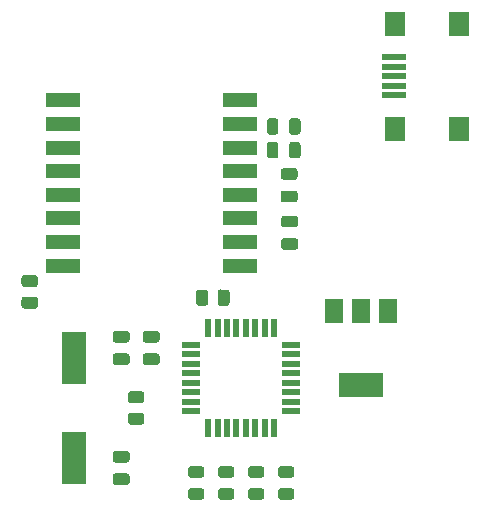
<source format=gbr>
%TF.GenerationSoftware,KiCad,Pcbnew,(5.1.6)-1*%
%TF.CreationDate,2021-02-01T12:11:37-05:00*%
%TF.ProjectId,Module Central,4d6f6475-6c65-4204-9365-6e7472616c2e,rev?*%
%TF.SameCoordinates,Original*%
%TF.FileFunction,Paste,Top*%
%TF.FilePolarity,Positive*%
%FSLAX46Y46*%
G04 Gerber Fmt 4.6, Leading zero omitted, Abs format (unit mm)*
G04 Created by KiCad (PCBNEW (5.1.6)-1) date 2021-02-01 12:11:37*
%MOMM*%
%LPD*%
G01*
G04 APERTURE LIST*
%ADD10R,2.000000X0.500000*%
%ADD11R,1.700000X2.000000*%
%ADD12R,3.800000X2.000000*%
%ADD13R,1.500000X2.000000*%
%ADD14R,1.600000X0.550000*%
%ADD15R,0.550000X1.600000*%
%ADD16R,3.000000X1.200000*%
%ADD17R,2.000000X4.500000*%
G04 APERTURE END LIST*
%TO.C,C102*%
G36*
G01*
X113505000Y-63050000D02*
X112555000Y-63050000D01*
G75*
G02*
X112305000Y-62800000I0J250000D01*
G01*
X112305000Y-62300000D01*
G75*
G02*
X112555000Y-62050000I250000J0D01*
G01*
X113505000Y-62050000D01*
G75*
G02*
X113755000Y-62300000I0J-250000D01*
G01*
X113755000Y-62800000D01*
G75*
G02*
X113505000Y-63050000I-250000J0D01*
G01*
G37*
G36*
G01*
X113505000Y-64950000D02*
X112555000Y-64950000D01*
G75*
G02*
X112305000Y-64700000I0J250000D01*
G01*
X112305000Y-64200000D01*
G75*
G02*
X112555000Y-63950000I250000J0D01*
G01*
X113505000Y-63950000D01*
G75*
G02*
X113755000Y-64200000I0J-250000D01*
G01*
X113755000Y-64700000D01*
G75*
G02*
X113505000Y-64950000I-250000J0D01*
G01*
G37*
%TD*%
%TO.C,C106*%
G36*
G01*
X124235000Y-48270000D02*
X125185000Y-48270000D01*
G75*
G02*
X125435000Y-48520000I0J-250000D01*
G01*
X125435000Y-49020000D01*
G75*
G02*
X125185000Y-49270000I-250000J0D01*
G01*
X124235000Y-49270000D01*
G75*
G02*
X123985000Y-49020000I0J250000D01*
G01*
X123985000Y-48520000D01*
G75*
G02*
X124235000Y-48270000I250000J0D01*
G01*
G37*
G36*
G01*
X124235000Y-50170000D02*
X125185000Y-50170000D01*
G75*
G02*
X125435000Y-50420000I0J-250000D01*
G01*
X125435000Y-50920000D01*
G75*
G02*
X125185000Y-51170000I-250000J0D01*
G01*
X124235000Y-51170000D01*
G75*
G02*
X123985000Y-50920000I0J250000D01*
G01*
X123985000Y-50420000D01*
G75*
G02*
X124235000Y-50170000I250000J0D01*
G01*
G37*
%TD*%
%TO.C,C107*%
G36*
G01*
X110015000Y-63950000D02*
X110965000Y-63950000D01*
G75*
G02*
X111215000Y-64200000I0J-250000D01*
G01*
X111215000Y-64700000D01*
G75*
G02*
X110965000Y-64950000I-250000J0D01*
G01*
X110015000Y-64950000D01*
G75*
G02*
X109765000Y-64700000I0J250000D01*
G01*
X109765000Y-64200000D01*
G75*
G02*
X110015000Y-63950000I250000J0D01*
G01*
G37*
G36*
G01*
X110015000Y-62050000D02*
X110965000Y-62050000D01*
G75*
G02*
X111215000Y-62300000I0J-250000D01*
G01*
X111215000Y-62800000D01*
G75*
G02*
X110965000Y-63050000I-250000J0D01*
G01*
X110015000Y-63050000D01*
G75*
G02*
X109765000Y-62800000I0J250000D01*
G01*
X109765000Y-62300000D01*
G75*
G02*
X110015000Y-62050000I250000J0D01*
G01*
G37*
%TD*%
%TO.C,C108*%
G36*
G01*
X110965000Y-75110000D02*
X110015000Y-75110000D01*
G75*
G02*
X109765000Y-74860000I0J250000D01*
G01*
X109765000Y-74360000D01*
G75*
G02*
X110015000Y-74110000I250000J0D01*
G01*
X110965000Y-74110000D01*
G75*
G02*
X111215000Y-74360000I0J-250000D01*
G01*
X111215000Y-74860000D01*
G75*
G02*
X110965000Y-75110000I-250000J0D01*
G01*
G37*
G36*
G01*
X110965000Y-73210000D02*
X110015000Y-73210000D01*
G75*
G02*
X109765000Y-72960000I0J250000D01*
G01*
X109765000Y-72460000D01*
G75*
G02*
X110015000Y-72210000I250000J0D01*
G01*
X110965000Y-72210000D01*
G75*
G02*
X111215000Y-72460000I0J-250000D01*
G01*
X111215000Y-72960000D01*
G75*
G02*
X110965000Y-73210000I-250000J0D01*
G01*
G37*
%TD*%
%TO.C,C110*%
G36*
G01*
X125225000Y-53300000D02*
X124275000Y-53300000D01*
G75*
G02*
X124025000Y-53050000I0J250000D01*
G01*
X124025000Y-52550000D01*
G75*
G02*
X124275000Y-52300000I250000J0D01*
G01*
X125225000Y-52300000D01*
G75*
G02*
X125475000Y-52550000I0J-250000D01*
G01*
X125475000Y-53050000D01*
G75*
G02*
X125225000Y-53300000I-250000J0D01*
G01*
G37*
G36*
G01*
X125225000Y-55200000D02*
X124275000Y-55200000D01*
G75*
G02*
X124025000Y-54950000I0J250000D01*
G01*
X124025000Y-54450000D01*
G75*
G02*
X124275000Y-54200000I250000J0D01*
G01*
X125225000Y-54200000D01*
G75*
G02*
X125475000Y-54450000I0J-250000D01*
G01*
X125475000Y-54950000D01*
G75*
G02*
X125225000Y-55200000I-250000J0D01*
G01*
G37*
%TD*%
%TO.C,D101*%
G36*
G01*
X117296250Y-74480000D02*
X116383750Y-74480000D01*
G75*
G02*
X116140000Y-74236250I0J243750D01*
G01*
X116140000Y-73748750D01*
G75*
G02*
X116383750Y-73505000I243750J0D01*
G01*
X117296250Y-73505000D01*
G75*
G02*
X117540000Y-73748750I0J-243750D01*
G01*
X117540000Y-74236250D01*
G75*
G02*
X117296250Y-74480000I-243750J0D01*
G01*
G37*
G36*
G01*
X117296250Y-76355000D02*
X116383750Y-76355000D01*
G75*
G02*
X116140000Y-76111250I0J243750D01*
G01*
X116140000Y-75623750D01*
G75*
G02*
X116383750Y-75380000I243750J0D01*
G01*
X117296250Y-75380000D01*
G75*
G02*
X117540000Y-75623750I0J-243750D01*
G01*
X117540000Y-76111250D01*
G75*
G02*
X117296250Y-76355000I-243750J0D01*
G01*
G37*
%TD*%
%TO.C,D102*%
G36*
G01*
X119836250Y-74480000D02*
X118923750Y-74480000D01*
G75*
G02*
X118680000Y-74236250I0J243750D01*
G01*
X118680000Y-73748750D01*
G75*
G02*
X118923750Y-73505000I243750J0D01*
G01*
X119836250Y-73505000D01*
G75*
G02*
X120080000Y-73748750I0J-243750D01*
G01*
X120080000Y-74236250D01*
G75*
G02*
X119836250Y-74480000I-243750J0D01*
G01*
G37*
G36*
G01*
X119836250Y-76355000D02*
X118923750Y-76355000D01*
G75*
G02*
X118680000Y-76111250I0J243750D01*
G01*
X118680000Y-75623750D01*
G75*
G02*
X118923750Y-75380000I243750J0D01*
G01*
X119836250Y-75380000D01*
G75*
G02*
X120080000Y-75623750I0J-243750D01*
G01*
X120080000Y-76111250D01*
G75*
G02*
X119836250Y-76355000I-243750J0D01*
G01*
G37*
%TD*%
%TO.C,D103*%
G36*
G01*
X122376250Y-76355000D02*
X121463750Y-76355000D01*
G75*
G02*
X121220000Y-76111250I0J243750D01*
G01*
X121220000Y-75623750D01*
G75*
G02*
X121463750Y-75380000I243750J0D01*
G01*
X122376250Y-75380000D01*
G75*
G02*
X122620000Y-75623750I0J-243750D01*
G01*
X122620000Y-76111250D01*
G75*
G02*
X122376250Y-76355000I-243750J0D01*
G01*
G37*
G36*
G01*
X122376250Y-74480000D02*
X121463750Y-74480000D01*
G75*
G02*
X121220000Y-74236250I0J243750D01*
G01*
X121220000Y-73748750D01*
G75*
G02*
X121463750Y-73505000I243750J0D01*
G01*
X122376250Y-73505000D01*
G75*
G02*
X122620000Y-73748750I0J-243750D01*
G01*
X122620000Y-74236250D01*
G75*
G02*
X122376250Y-74480000I-243750J0D01*
G01*
G37*
%TD*%
%TO.C,D104*%
G36*
G01*
X124916250Y-76355000D02*
X124003750Y-76355000D01*
G75*
G02*
X123760000Y-76111250I0J243750D01*
G01*
X123760000Y-75623750D01*
G75*
G02*
X124003750Y-75380000I243750J0D01*
G01*
X124916250Y-75380000D01*
G75*
G02*
X125160000Y-75623750I0J-243750D01*
G01*
X125160000Y-76111250D01*
G75*
G02*
X124916250Y-76355000I-243750J0D01*
G01*
G37*
G36*
G01*
X124916250Y-74480000D02*
X124003750Y-74480000D01*
G75*
G02*
X123760000Y-74236250I0J243750D01*
G01*
X123760000Y-73748750D01*
G75*
G02*
X124003750Y-73505000I243750J0D01*
G01*
X124916250Y-73505000D01*
G75*
G02*
X125160000Y-73748750I0J-243750D01*
G01*
X125160000Y-74236250D01*
G75*
G02*
X124916250Y-74480000I-243750J0D01*
G01*
G37*
%TD*%
%TO.C,D203*%
G36*
G01*
X122825000Y-47206250D02*
X122825000Y-46293750D01*
G75*
G02*
X123068750Y-46050000I243750J0D01*
G01*
X123556250Y-46050000D01*
G75*
G02*
X123800000Y-46293750I0J-243750D01*
G01*
X123800000Y-47206250D01*
G75*
G02*
X123556250Y-47450000I-243750J0D01*
G01*
X123068750Y-47450000D01*
G75*
G02*
X122825000Y-47206250I0J243750D01*
G01*
G37*
G36*
G01*
X124700000Y-47206250D02*
X124700000Y-46293750D01*
G75*
G02*
X124943750Y-46050000I243750J0D01*
G01*
X125431250Y-46050000D01*
G75*
G02*
X125675000Y-46293750I0J-243750D01*
G01*
X125675000Y-47206250D01*
G75*
G02*
X125431250Y-47450000I-243750J0D01*
G01*
X124943750Y-47450000D01*
G75*
G02*
X124700000Y-47206250I0J243750D01*
G01*
G37*
%TD*%
%TO.C,D204*%
G36*
G01*
X124700000Y-45206250D02*
X124700000Y-44293750D01*
G75*
G02*
X124943750Y-44050000I243750J0D01*
G01*
X125431250Y-44050000D01*
G75*
G02*
X125675000Y-44293750I0J-243750D01*
G01*
X125675000Y-45206250D01*
G75*
G02*
X125431250Y-45450000I-243750J0D01*
G01*
X124943750Y-45450000D01*
G75*
G02*
X124700000Y-45206250I0J243750D01*
G01*
G37*
G36*
G01*
X122825000Y-45206250D02*
X122825000Y-44293750D01*
G75*
G02*
X123068750Y-44050000I243750J0D01*
G01*
X123556250Y-44050000D01*
G75*
G02*
X123800000Y-44293750I0J-243750D01*
G01*
X123800000Y-45206250D01*
G75*
G02*
X123556250Y-45450000I-243750J0D01*
G01*
X123068750Y-45450000D01*
G75*
G02*
X122825000Y-45206250I0J243750D01*
G01*
G37*
%TD*%
D10*
%TO.C,J201*%
X133550000Y-42100000D03*
X133550000Y-41300000D03*
X133550000Y-40500000D03*
X133550000Y-39700000D03*
X133550000Y-38900000D03*
D11*
X133650000Y-44950000D03*
X139100000Y-44950000D03*
X133650000Y-36050000D03*
X139100000Y-36050000D03*
%TD*%
%TO.C,R101*%
G36*
G01*
X111309999Y-67155000D02*
X112210001Y-67155000D01*
G75*
G02*
X112460000Y-67404999I0J-249999D01*
G01*
X112460000Y-67930001D01*
G75*
G02*
X112210001Y-68180000I-249999J0D01*
G01*
X111309999Y-68180000D01*
G75*
G02*
X111060000Y-67930001I0J249999D01*
G01*
X111060000Y-67404999D01*
G75*
G02*
X111309999Y-67155000I249999J0D01*
G01*
G37*
G36*
G01*
X111309999Y-68980000D02*
X112210001Y-68980000D01*
G75*
G02*
X112460000Y-69229999I0J-249999D01*
G01*
X112460000Y-69755001D01*
G75*
G02*
X112210001Y-70005000I-249999J0D01*
G01*
X111309999Y-70005000D01*
G75*
G02*
X111060000Y-69755001I0J249999D01*
G01*
X111060000Y-69229999D01*
G75*
G02*
X111309999Y-68980000I249999J0D01*
G01*
G37*
%TD*%
%TO.C,R203*%
G36*
G01*
X119675000Y-58799999D02*
X119675000Y-59700001D01*
G75*
G02*
X119425001Y-59950000I-249999J0D01*
G01*
X118899999Y-59950000D01*
G75*
G02*
X118650000Y-59700001I0J249999D01*
G01*
X118650000Y-58799999D01*
G75*
G02*
X118899999Y-58550000I249999J0D01*
G01*
X119425001Y-58550000D01*
G75*
G02*
X119675000Y-58799999I0J-249999D01*
G01*
G37*
G36*
G01*
X117850000Y-58799999D02*
X117850000Y-59700001D01*
G75*
G02*
X117600001Y-59950000I-249999J0D01*
G01*
X117074999Y-59950000D01*
G75*
G02*
X116825000Y-59700001I0J249999D01*
G01*
X116825000Y-58799999D01*
G75*
G02*
X117074999Y-58550000I249999J0D01*
G01*
X117600001Y-58550000D01*
G75*
G02*
X117850000Y-58799999I0J-249999D01*
G01*
G37*
%TD*%
%TO.C,R301*%
G36*
G01*
X103200001Y-58350000D02*
X102299999Y-58350000D01*
G75*
G02*
X102050000Y-58100001I0J249999D01*
G01*
X102050000Y-57574999D01*
G75*
G02*
X102299999Y-57325000I249999J0D01*
G01*
X103200001Y-57325000D01*
G75*
G02*
X103450000Y-57574999I0J-249999D01*
G01*
X103450000Y-58100001D01*
G75*
G02*
X103200001Y-58350000I-249999J0D01*
G01*
G37*
G36*
G01*
X103200001Y-60175000D02*
X102299999Y-60175000D01*
G75*
G02*
X102050000Y-59925001I0J249999D01*
G01*
X102050000Y-59399999D01*
G75*
G02*
X102299999Y-59150000I249999J0D01*
G01*
X103200001Y-59150000D01*
G75*
G02*
X103450000Y-59399999I0J-249999D01*
G01*
X103450000Y-59925001D01*
G75*
G02*
X103200001Y-60175000I-249999J0D01*
G01*
G37*
%TD*%
D12*
%TO.C,U101*%
X130810000Y-66650000D03*
D13*
X130810000Y-60350000D03*
X128510000Y-60350000D03*
X133110000Y-60350000D03*
%TD*%
D14*
%TO.C,U102*%
X116400000Y-63240000D03*
X116400000Y-64040000D03*
X116400000Y-64840000D03*
X116400000Y-65640000D03*
X116400000Y-66440000D03*
X116400000Y-67240000D03*
X116400000Y-68040000D03*
X116400000Y-68840000D03*
D15*
X117850000Y-70290000D03*
X118650000Y-70290000D03*
X119450000Y-70290000D03*
X120250000Y-70290000D03*
X121050000Y-70290000D03*
X121850000Y-70290000D03*
X122650000Y-70290000D03*
X123450000Y-70290000D03*
D14*
X124900000Y-68840000D03*
X124900000Y-68040000D03*
X124900000Y-67240000D03*
X124900000Y-66440000D03*
X124900000Y-65640000D03*
X124900000Y-64840000D03*
X124900000Y-64040000D03*
X124900000Y-63240000D03*
D15*
X123450000Y-61790000D03*
X122650000Y-61790000D03*
X121850000Y-61790000D03*
X121050000Y-61790000D03*
X120250000Y-61790000D03*
X119450000Y-61790000D03*
X118650000Y-61790000D03*
X117850000Y-61790000D03*
%TD*%
D16*
%TO.C,U103*%
X120530000Y-56530000D03*
X120530000Y-54530000D03*
X120530000Y-52530000D03*
X120530000Y-50530000D03*
X120530000Y-48530000D03*
X120530000Y-46530000D03*
X120530000Y-44530000D03*
X120530000Y-42530000D03*
X105530000Y-42530000D03*
X105530000Y-44530000D03*
X105530000Y-46530000D03*
X105530000Y-48530000D03*
X105530000Y-50530000D03*
X105530000Y-52530000D03*
X105530000Y-54530000D03*
X105530000Y-56530000D03*
%TD*%
D17*
%TO.C,Y101*%
X106500000Y-72830000D03*
X106500000Y-64330000D03*
%TD*%
M02*

</source>
